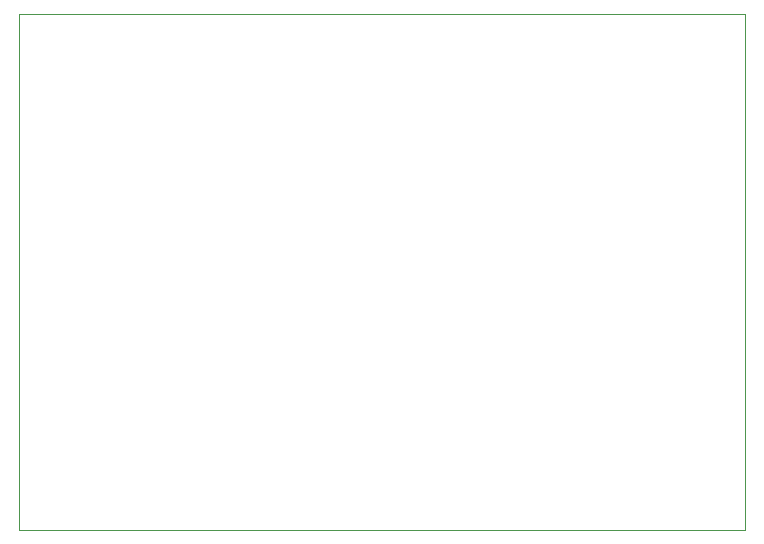
<source format=gbr>
G04 #@! TF.GenerationSoftware,KiCad,Pcbnew,(5.1.4)-1*
G04 #@! TF.CreationDate,2019-11-15T21:57:58+01:00*
G04 #@! TF.ProjectId,LEDClock,4c454443-6c6f-4636-9b2e-6b696361645f,rev?*
G04 #@! TF.SameCoordinates,Original*
G04 #@! TF.FileFunction,Profile,NP*
%FSLAX46Y46*%
G04 Gerber Fmt 4.6, Leading zero omitted, Abs format (unit mm)*
G04 Created by KiCad (PCBNEW (5.1.4)-1) date 2019-11-15 21:57:58*
%MOMM*%
%LPD*%
G04 APERTURE LIST*
%ADD10C,0.100000*%
G04 APERTURE END LIST*
D10*
X172250000Y-60500000D02*
X110750000Y-60500000D01*
X172250000Y-104250000D02*
X172250000Y-60500000D01*
X110750000Y-104250000D02*
X172250000Y-104250000D01*
X110750000Y-60500000D02*
X110750000Y-104250000D01*
M02*

</source>
